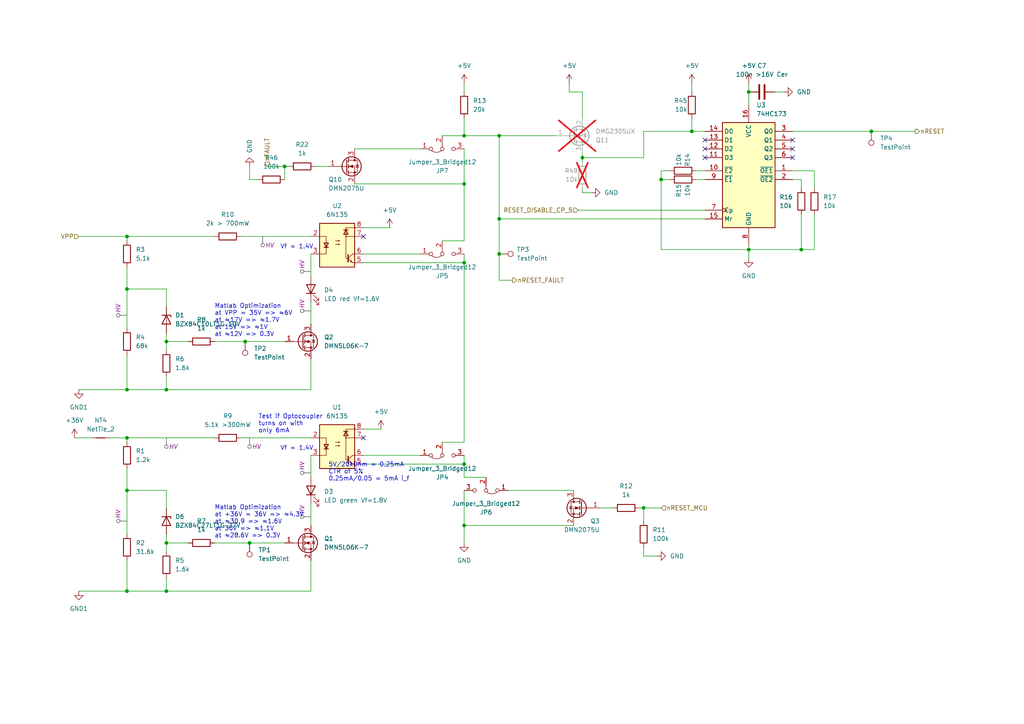
<source format=kicad_sch>
(kicad_sch (version 20231120) (generator "eeschema") (generator_version "8.0")
  (paper "A4")
  (title_block (title "Xaar 128 Driver") (date "2023-12-04") (rev "1.0.0"))
  (lib_symbols
    (symbol "Connector:TestPoint" (pin_numbers hide) (pin_names (offset 0.762) hide)
      (property "Reference" "TP" (at 0 6.858 0))
      (property "Value" "TestPoint" (at 0 5.08 0))
      (symbol "TestPoint_0_1"
        (circle (center 0 3.302) (radius 0.762))
      )
      (symbol "TestPoint_1_1"
        (pin passive line (at 0 0 90) (length 2.54) (name "1") (number "1"))
      )
    )
    (symbol "Device:C" (pin_numbers hide) (pin_names (offset 0.254))
      (property "Reference" "C" (at 0.635 2.54 0))
      (property "Value" "C" (at 0.635 -2.54 0))
      (symbol "C_0_1"
        (polyline (pts (xy -2.032 -0.762) (xy 2.032 -0.762)) (stroke (width 0.508)))
        (polyline (pts (xy -2.032 0.762) (xy 2.032 0.762)) (stroke (width 0.508)))
      )
      (symbol "C_1_1"
        (pin passive line (at 0 3.81 270) (length 2.794) (name "~") (number "1"))
        (pin passive line (at 0 -3.81 90) (length 2.794) (name "~") (number "2"))
      )
    )
    (symbol "Device:LED" (pin_numbers hide) (pin_names (offset 1.016) hide)
      (property "Reference" "D" (at 0 2.54 0))
      (property "Value" "LED" (at 0 -2.54 0))
      (symbol "LED_0_1"
        (polyline (pts (xy -1.27 -1.27) (xy -1.27 1.27)) (stroke (width 0.254)))
        (polyline (pts (xy -1.27 0) (xy 1.27 0)))
        (polyline (pts (xy 1.27 -1.27) (xy 1.27 1.27) (xy -1.27 0) (xy 1.27 -1.27)) (stroke (width 0.254)))
        (polyline (pts (xy -3.048 -0.762) (xy -4.572 -2.286) (xy -3.81 -2.286) (xy -4.572 -2.286) (xy -4.572 -1.524)))
        (polyline (pts (xy -1.778 -0.762) (xy -3.302 -2.286) (xy -2.54 -2.286) (xy -3.302 -2.286) (xy -3.302 -1.524)))
      )
      (symbol "LED_1_1"
        (pin passive line (at -3.81 0 0) (length 2.54) (name "K") (number "1"))
        (pin passive line (at 3.81 0 180) (length 2.54) (name "A") (number "2"))
      )
    )
    (symbol "Device:NetTie_2" (pin_numbers hide) (pin_names (offset 0) hide) (in_bom no)
      (property "Reference" "NT" (at 0 1.27 0))
      (property "Value" "NetTie_2" (at 0 -1.27 0))
      (symbol "NetTie_2_0_1"
        (polyline (pts (xy -1.27 0) (xy 1.27 0)) (stroke (width 0.254)))
      )
      (symbol "NetTie_2_1_1"
        (pin passive line (at -2.54 0 0) (length 2.54) (name "1") (number "1"))
        (pin passive line (at 2.54 0 180) (length 2.54) (name "2") (number "2"))
      )
    )
    (symbol "Device:R" (pin_numbers hide) (pin_names (offset 0))
      (property "Reference" "R" (at 2.032 0 90))
      (property "Value" "R" (at 0 0 90))
      (symbol "R_0_1"
        (rectangle (start -1.016 -2.54) (end 1.016 2.54) (stroke (width 0.254)))
      )
      (symbol "R_1_1"
        (pin passive line (at 0 3.81 270) (length 1.27) (name "~") (number "1"))
        (pin passive line (at 0 -3.81 90) (length 1.27) (name "~") (number "2"))
      )
    )
    (symbol "Diode:BZX84Cxx" (pin_numbers hide) (pin_names hide)
      (property "Reference" "D" (at 0 3.81 0))
      (property "Value" "BZX84Cxx" (at 0 -3.81 0))
      (symbol "BZX84Cxx_0_1"
        (polyline (pts (xy 1.27 0) (xy -1.27 0)))
        (polyline (pts (xy -1.27 -1.27) (xy -1.27 1.27) (xy -0.762 1.27)) (stroke (width 0.254)))
        (polyline (pts (xy 1.27 -1.27) (xy 1.27 1.27) (xy -1.27 0) (xy 1.27 -1.27)) (stroke (width 0.254)))
      )
      (symbol "BZX84Cxx_1_1"
        (pin passive line (at 3.81 0 180) (length 2.54) (name "A") (number "1"))
        (pin no_connect line (at 1.27 0 180) (length 2.54) hide (name "NC") (number "2"))
        (pin passive line (at -3.81 0 0) (length 2.54) (name "K") (number "3"))
      )
    )
    (symbol "Isolator:6N135" (pin_names (offset 1.016))
      (property "Reference" "U" (at -5.08 7.62 0))
      (property "Value" "6N135" (at 0 7.62 0))
      (symbol "6N135_0_1"
        (rectangle (start -5.08 6.35) (end 5.08 -6.35) (stroke (width 0.254)) (fill (type background)))
        (polyline (pts (xy -3.81 -0.635) (xy -2.54 -0.635)) (stroke (width 0.254)))
        (polyline (pts (xy 1.905 4.445) (xy 3.175 4.445)) (stroke (width 0.254)))
        (polyline (pts (xy 3.175 -2.794) (xy 3.175 -4.826)) (stroke (width 0.3556)))
        (polyline (pts (xy 3.302 -3.937) (xy 4.445 -5.08)))
        (polyline (pts (xy 3.302 -3.683) (xy 4.445 -2.54)))
        (polyline (pts (xy 5.08 -5.08) (xy 4.445 -5.08)))
        (polyline (pts (xy 5.08 -2.54) (xy 4.445 -2.54)))
        (polyline (pts (xy 5.08 2.54) (xy 2.54 2.54)))
        (polyline (pts (xy -5.08 2.54) (xy -3.175 2.54) (xy -3.175 -2.54) (xy -5.08 -2.54)))
        (polyline (pts (xy -3.175 -0.635) (xy -3.81 0.635) (xy -2.54 0.635) (xy -3.175 -0.635)) (stroke (width 0.254)))
        (polyline (pts (xy 2.54 4.445) (xy 1.905 3.175) (xy 3.175 3.175) (xy 2.54 4.445)) (stroke (width 0.254)))
        (polyline (pts (xy 4.318 -4.953) (xy 4.064 -4.445) (xy 3.81 -4.699) (xy 4.318 -4.953)))
        (polyline (pts (xy 5.08 5.08) (xy 2.54 5.08) (xy 2.54 -3.81) (xy 3.175 -3.81)))
        (polyline (pts (xy -0.508 0.254) (xy 0.762 0.254) (xy 0.381 0.127) (xy 0.381 0.381) (xy 0.762 0.254)))
        (polyline (pts (xy -0.508 1.27) (xy 0.762 1.27) (xy 0.381 1.143) (xy 0.381 1.397) (xy 0.762 1.27)))
        (circle (center 2.54 2.54) (radius 0.127))
      )
      (symbol "6N135_1_1"
        (pin no_connect line (at -5.08 5.08 0) (length 2.54) hide (name "NC") (number "1"))
        (pin passive line (at -7.62 2.54 0) (length 2.54) (name "~") (number "2"))
        (pin passive line (at -7.62 -2.54 0) (length 2.54) (name "~") (number "3"))
        (pin no_connect line (at -5.08 -5.08 0) (length 2.54) hide (name "NC") (number "4"))
        (pin passive line (at 7.62 -5.08 180) (length 2.54) (name "~") (number "5"))
        (pin passive line (at 7.62 -2.54 180) (length 2.54) (name "~") (number "6"))
        (pin passive line (at 7.62 2.54 180) (length 2.54) (name "~") (number "7"))
        (pin passive line (at 7.62 5.08 180) (length 2.54) (name "~") (number "8"))
      )
    )
    (symbol "Jumper:Jumper_3_Bridged12" (pin_names (offset 0) hide)
      (property "Reference" "JP" (at -2.54 -2.54 0))
      (property "Value" "Jumper_3_Bridged12" (at 0 2.794 0))
      (symbol "Jumper_3_Bridged12_0_0"
        (circle (center -3.302 0) (radius 0.508))
        (circle (center 0 0) (radius 0.508))
        (circle (center 3.302 0) (radius 0.508))
      )
      (symbol "Jumper_3_Bridged12_0_1"
        (arc (start -0.254 0.508) (mid -1.651 0.9912) (end -3.048 0.508))
        (polyline (pts (xy 0 -1.27) (xy 0 -0.508)))
      )
      (symbol "Jumper_3_Bridged12_1_1"
        (pin passive line (at -6.35 0 0) (length 2.54) (name "A") (number "1"))
        (pin passive line (at 0 -3.81 90) (length 2.54) (name "C") (number "2"))
        (pin passive line (at 6.35 0 180) (length 2.54) (name "B") (number "3"))
      )
    )
    (symbol "Transistor_FET:DMG2301L" (pin_names hide)
      (property "Reference" "Q" (at 5.08 1.905 0))
      (property "Value" "DMG2301L" (at 5.08 0 0))
      (symbol "DMG2301L_0_1"
        (polyline (pts (xy 0.254 0) (xy -2.54 0)))
        (polyline (pts (xy 0.254 1.905) (xy 0.254 -1.905)) (stroke (width 0.254)))
        (polyline (pts (xy 0.762 -1.27) (xy 0.762 -2.286)) (stroke (width 0.254)))
        (polyline (pts (xy 0.762 0.508) (xy 0.762 -0.508)) (stroke (width 0.254)))
        (polyline (pts (xy 0.762 2.286) (xy 0.762 1.27)) (stroke (width 0.254)))
        (polyline (pts (xy 2.54 2.54) (xy 2.54 1.778)))
        (polyline (pts (xy 2.54 -2.54) (xy 2.54 0) (xy 0.762 0)))
        (polyline (pts (xy 0.762 1.778) (xy 3.302 1.778) (xy 3.302 -1.778) (xy 0.762 -1.778)))
        (polyline (pts (xy 2.286 0) (xy 1.27 0.381) (xy 1.27 -0.381) (xy 2.286 0)) (fill (type outline)))
        (polyline (pts (xy 2.794 -0.508) (xy 2.921 -0.381) (xy 3.683 -0.381) (xy 3.81 -0.254)))
        (polyline (pts (xy 3.302 -0.381) (xy 2.921 0.254) (xy 3.683 0.254) (xy 3.302 -0.381)))
        (circle (center 1.651 0) (radius 2.794) (stroke (width 0.254)))
        (circle (center 2.54 -1.778) (radius 0.254) (fill (type outline)))
        (circle (center 2.54 1.778) (radius 0.254) (fill (type outline)))
      )
      (symbol "DMG2301L_1_1"
        (pin input line (at -5.08 0 0) (length 2.54) (name "G") (number "1"))
        (pin passive line (at 2.54 -5.08 90) (length 2.54) (name "S") (number "2"))
        (pin passive line (at 2.54 5.08 270) (length 2.54) (name "D") (number "3"))
      )
    )
    (symbol "Transistor_FET:DMN2075U" (pin_names hide)
      (property "Reference" "Q" (at 5.08 1.905 0))
      (property "Value" "DMN2075U" (at 5.08 0 0))
      (symbol "DMN2075U_0_1"
        (polyline (pts (xy 0.254 0) (xy -2.54 0)))
        (polyline (pts (xy 0.254 1.905) (xy 0.254 -1.905)) (stroke (width 0.254)))
        (polyline (pts (xy 0.762 -1.27) (xy 0.762 -2.286)) (stroke (width 0.254)))
        (polyline (pts (xy 0.762 0.508) (xy 0.762 -0.508)) (stroke (width 0.254)))
        (polyline (pts (xy 0.762 2.286) (xy 0.762 1.27)) (stroke (width 0.254)))
        (polyline (pts (xy 2.54 2.54) (xy 2.54 1.778)))
        (polyline (pts (xy 2.54 -2.54) (xy 2.54 0) (xy 0.762 0)))
        (polyline (pts (xy 0.762 -1.778) (xy 3.302 -1.778) (xy 3.302 1.778) (xy 0.762 1.778)))
        (polyline (pts (xy 1.016 0) (xy 2.032 0.381) (xy 2.032 -0.381) (xy 1.016 0)) (fill (type outline)))
        (polyline (pts (xy 2.794 0.508) (xy 2.921 0.381) (xy 3.683 0.381) (xy 3.81 0.254)))
        (polyline (pts (xy 3.302 0.381) (xy 2.921 -0.254) (xy 3.683 -0.254) (xy 3.302 0.381)))
        (circle (center 1.651 0) (radius 2.794) (stroke (width 0.254)))
        (circle (center 2.54 -1.778) (radius 0.254) (fill (type outline)))
        (circle (center 2.54 1.778) (radius 0.254) (fill (type outline)))
      )
      (symbol "DMN2075U_1_1"
        (pin input line (at -5.08 0 0) (length 2.54) (name "G") (number "1"))
        (pin passive line (at 2.54 -5.08 90) (length 2.54) (name "S") (number "2"))
        (pin passive line (at 2.54 5.08 270) (length 2.54) (name "D") (number "3"))
      )
    )
    (symbol "Xaar_Driver:74HC173"
      (property "Reference" "U" (at -7.62 16.51 0))
      (property "Value" "74HC173" (at -7.62 -16.51 0))
      (symbol "74HC173_1_0"
        (pin output line (at 12.7 1.27 180) (length 5.08) (name "~{OE1}") (number "1"))
        (pin input line (at -12.7 1.27 0) (length 5.08) (name "~{E2}") (number "10"))
        (pin input line (at -12.7 5.08 0) (length 5.08) (name "D3") (number "11"))
        (pin input line (at -12.7 7.62 0) (length 5.08) (name "D2") (number "12"))
        (pin input line (at -12.7 10.16 0) (length 5.08) (name "D1") (number "13"))
        (pin input line (at -12.7 12.7 0) (length 5.08) (name "D0") (number "14"))
        (pin input line (at -12.7 -12.7 0) (length 5.08) (name "Mr") (number "15"))
        (pin power_in line (at 0 20.32 270) (length 5.08) (name "VCC") (number "16"))
        (pin output line (at 12.7 -1.27 180) (length 5.08) (name "~{OE2}") (number "2"))
        (pin output line (at 12.7 12.7 180) (length 5.08) (name "Q0") (number "3"))
        (pin output line (at 12.7 10.16 180) (length 5.08) (name "Q1") (number "4"))
        (pin output line (at 12.7 7.62 180) (length 5.08) (name "Q2") (number "5"))
        (pin output line (at 12.7 5.08 180) (length 5.08) (name "Q3") (number "6"))
        (pin input clock (at -12.7 -10.16 0) (length 5.08) (name "Cp") (number "7"))
        (pin power_in line (at 0 -20.32 90) (length 5.08) (name "GND") (number "8"))
        (pin input line (at -12.7 -1.27 0) (length 5.08) (name "~{E1}") (number "9"))
      )
      (symbol "74HC173_1_1"
        (rectangle (start -7.62 15.24) (end 7.62 -15.24) (stroke (width 0.254)) (fill (type background)))
      )
    )
    (symbol "power:+36V" (power) (pin_names (offset 0))
      (property "Value" "+36V" (at 0 3.556 0))
      (symbol "+36V_0_1"
        (polyline (pts (xy -0.762 1.27) (xy 0 2.54)))
        (polyline (pts (xy 0 0) (xy 0 2.54)))
        (polyline (pts (xy 0 2.54) (xy 0.762 1.27)))
      )
      (symbol "+36V_1_1"
        (pin power_in line (at 0 0 90) (length 0) hide (name "+36V") (number "1"))
      )
    )
    (symbol "power:+5V" (power) (pin_names (offset 0))
      (property "Value" "+5V" (at 0 3.556 0))
      (symbol "+5V_0_1"
        (polyline (pts (xy -0.762 1.27) (xy 0 2.54)))
        (polyline (pts (xy 0 0) (xy 0 2.54)))
        (polyline (pts (xy 0 2.54) (xy 0.762 1.27)))
      )
      (symbol "+5V_1_1"
        (pin power_in line (at 0 0 90) (length 0) hide (name "+5V") (number "1"))
      )
    )
    (symbol "power:GND" (power) (pin_names (offset 0))
      (property "Value" "GND" (at 0 -3.81 0))
      (symbol "GND_0_1"
        (polyline (pts (xy 0 0) (xy 0 -1.27) (xy 1.27 -1.27) (xy 0 -2.54) (xy -1.27 -1.27) (xy 0 -1.27)))
      )
      (symbol "GND_1_1"
        (pin power_in line (at 0 0 270) (length 0) hide (name "GND") (number "1"))
      )
    )
    (symbol "power:GND1" (power) (pin_names (offset 0))
      (property "Value" "GND1" (at 0 -3.81 0))
      (symbol "GND1_0_1"
        (polyline (pts (xy 0 0) (xy 0 -1.27) (xy 1.27 -1.27) (xy 0 -2.54) (xy -1.27 -1.27) (xy 0 -1.27)))
      )
      (symbol "GND1_1_1"
        (pin power_in line (at 0 0 270) (length 0) hide (name "GND1") (number "1"))
      )
    )
  )
  (junction (at 134.62 152.4))
  (junction (at 144.78 39.37))
  (junction (at 36.83 113.03))
  (junction (at 217.17 72.39))
  (junction (at 48.26 99.06))
  (junction (at 72.39 157.48))
  (junction (at 48.26 113.03))
  (junction (at 232.41 72.39))
  (junction (at 191.77 52.07))
  (junction (at 134.62 76.2))
  (junction (at 217.17 26.67))
  (junction (at 134.62 134.62))
  (junction (at 36.83 127))
  (junction (at 144.78 63.5))
  (junction (at 36.83 142.24))
  (junction (at 36.83 171.45))
  (junction (at 48.26 157.48))
  (junction (at 82.55 48.26))
  (junction (at 134.62 53.34))
  (junction (at 144.78 73.66))
  (junction (at 168.91 45.72))
  (junction (at 36.83 83.82))
  (junction (at 71.12 99.06))
  (junction (at 252.73 38.1))
  (junction (at 200.66 38.1))
  (junction (at 48.26 171.45))
  (junction (at 134.62 39.37))
  (junction (at 186.69 147.32))
  (junction (at 36.83 68.58))
  (no_connect (at 229.87 43.18))
  (no_connect (at 204.47 43.18))
  (no_connect (at 229.87 45.72))
  (no_connect (at 204.47 40.64))
  (no_connect (at 105.41 127))
  (no_connect (at 229.87 40.64))
  (no_connect (at 105.41 68.58))
  (no_connect (at 204.47 45.72))
  (wire (pts (xy 134.62 132.08) (xy 134.62 134.62)))
  (wire (pts (xy 36.83 68.58) (xy 62.23 68.58)))
  (wire (pts (xy 191.77 147.32) (xy 186.69 147.32)))
  (wire (pts (xy 48.26 157.48) (xy 54.61 157.48)))
  (wire (pts (xy 48.26 113.03) (xy 36.83 113.03)))
  (wire (pts (xy 252.73 38.1) (xy 265.43 38.1)))
  (wire (pts (xy 22.86 68.58) (xy 36.83 68.58)))
  (wire (pts (xy 82.55 48.26) (xy 83.82 48.26)))
  (wire (pts (xy 201.93 49.53) (xy 204.47 49.53)))
  (wire (pts (xy 236.22 49.53) (xy 229.87 49.53)))
  (wire (pts (xy 165.1 26.67) (xy 168.91 26.67)))
  (wire (pts (xy 140.97 138.43) (xy 134.62 138.43)))
  (wire (pts (xy 191.77 52.07) (xy 194.31 52.07)))
  (wire (pts (xy 48.26 167.64) (xy 48.26 171.45)))
  (wire (pts (xy 105.41 66.04) (xy 113.03 66.04)))
  (wire (pts (xy 105.41 73.66) (xy 121.92 73.66)))
  (wire (pts (xy 165.1 24.13) (xy 165.1 26.67)))
  (wire (pts (xy 148.59 81.28) (xy 144.78 81.28)))
  (wire (pts (xy 36.83 171.45) (xy 22.86 171.45)))
  (wire (pts (xy 190.5 161.29) (xy 186.69 161.29)))
  (wire (pts (xy 167.64 60.96) (xy 204.47 60.96)))
  (wire (pts (xy 90.17 104.14) (xy 90.17 113.03)))
  (wire (pts (xy 90.17 127) (xy 69.85 127)))
  (wire (pts (xy 90.17 171.45) (xy 48.26 171.45)))
  (wire (pts (xy 186.69 147.32) (xy 185.42 147.32)))
  (wire (pts (xy 200.66 24.13) (xy 200.66 26.67)))
  (wire (pts (xy 217.17 26.67) (xy 217.17 24.13)))
  (wire (pts (xy 217.17 30.48) (xy 217.17 26.67)))
  (wire (pts (xy 102.87 43.18) (xy 121.92 43.18)))
  (wire (pts (xy 134.62 24.13) (xy 134.62 26.67)))
  (wire (pts (xy 232.41 62.23) (xy 232.41 72.39)))
  (wire (pts (xy 168.91 26.67) (xy 168.91 34.29)))
  (wire (pts (xy 36.83 135.89) (xy 36.83 142.24)))
  (wire (pts (xy 105.41 124.46) (xy 110.49 124.46)))
  (wire (pts (xy 90.17 73.66) (xy 90.17 80.01)))
  (wire (pts (xy 48.26 142.24) (xy 48.26 147.32)))
  (wire (pts (xy 217.17 72.39) (xy 217.17 74.93)))
  (wire (pts (xy 134.62 53.34) (xy 134.62 69.85)))
  (wire (pts (xy 177.8 147.32) (xy 173.99 147.32)))
  (wire (pts (xy 31.75 127) (xy 36.83 127)))
  (wire (pts (xy 77.47 48.26) (xy 82.55 48.26)))
  (wire (pts (xy 134.62 73.66) (xy 134.62 76.2)))
  (wire (pts (xy 71.12 99.06) (xy 82.55 99.06)))
  (wire (pts (xy 201.93 52.07) (xy 204.47 52.07)))
  (wire (pts (xy 128.27 39.37) (xy 134.62 39.37)))
  (wire (pts (xy 186.69 45.72) (xy 186.69 38.1)))
  (wire (pts (xy 168.91 46.99) (xy 168.91 45.72)))
  (wire (pts (xy 134.62 76.2) (xy 134.62 128.27)))
  (wire (pts (xy 102.87 53.34) (xy 134.62 53.34)))
  (wire (pts (xy 166.37 142.24) (xy 147.32 142.24)))
  (wire (pts (xy 105.41 132.08) (xy 121.92 132.08)))
  (wire (pts (xy 48.26 83.82) (xy 48.26 88.9)))
  (wire (pts (xy 62.23 99.06) (xy 71.12 99.06)))
  (wire (pts (xy 72.39 52.07) (xy 74.93 52.07)))
  (wire (pts (xy 134.62 142.24) (xy 134.62 152.4)))
  (wire (pts (xy 90.17 132.08) (xy 90.17 138.43)))
  (wire (pts (xy 204.47 63.5) (xy 144.78 63.5)))
  (wire (pts (xy 36.83 68.58) (xy 36.83 69.85)))
  (wire (pts (xy 36.83 162.56) (xy 36.83 171.45)))
  (wire (pts (xy 229.87 38.1) (xy 252.73 38.1)))
  (wire (pts (xy 144.78 81.28) (xy 144.78 73.66)))
  (wire (pts (xy 22.86 113.03) (xy 36.83 113.03)))
  (wire (pts (xy 36.83 102.87) (xy 36.83 113.03)))
  (wire (pts (xy 191.77 49.53) (xy 194.31 49.53)))
  (wire (pts (xy 186.69 147.32) (xy 186.69 151.13)))
  (wire (pts (xy 128.27 69.85) (xy 134.62 69.85)))
  (wire (pts (xy 36.83 127) (xy 62.23 127)))
  (wire (pts (xy 72.39 157.48) (xy 82.55 157.48)))
  (wire (pts (xy 232.41 52.07) (xy 229.87 52.07)))
  (wire (pts (xy 204.47 38.1) (xy 200.66 38.1)))
  (wire (pts (xy 105.41 76.2) (xy 134.62 76.2)))
  (wire (pts (xy 21.59 127) (xy 26.67 127)))
  (wire (pts (xy 191.77 72.39) (xy 191.77 52.07)))
  (wire (pts (xy 82.55 48.26) (xy 82.55 52.07)))
  (wire (pts (xy 48.26 171.45) (xy 36.83 171.45)))
  (wire (pts (xy 166.37 152.4) (xy 134.62 152.4)))
  (wire (pts (xy 90.17 146.05) (xy 90.17 152.4)))
  (wire (pts (xy 232.41 54.61) (xy 232.41 52.07)))
  (wire (pts (xy 36.83 127) (xy 36.83 128.27)))
  (wire (pts (xy 48.26 109.22) (xy 48.26 113.03)))
  (wire (pts (xy 200.66 38.1) (xy 200.66 34.29)))
  (wire (pts (xy 134.62 34.29) (xy 134.62 39.37)))
  (wire (pts (xy 217.17 71.12) (xy 217.17 72.39)))
  (wire (pts (xy 48.26 96.52) (xy 48.26 99.06)))
  (wire (pts (xy 171.45 55.88) (xy 168.91 55.88)))
  (wire (pts (xy 144.78 39.37) (xy 144.78 63.5)))
  (wire (pts (xy 90.17 162.56) (xy 90.17 171.45)))
  (wire (pts (xy 36.83 83.82) (xy 36.83 95.25)))
  (wire (pts (xy 186.69 161.29) (xy 186.69 158.75)))
  (wire (pts (xy 48.26 157.48) (xy 48.26 160.02)))
  (wire (pts (xy 91.44 48.26) (xy 95.25 48.26)))
  (wire (pts (xy 134.62 43.18) (xy 134.62 53.34)))
  (wire (pts (xy 236.22 72.39) (xy 232.41 72.39)))
  (wire (pts (xy 168.91 55.88) (xy 168.91 54.61)))
  (wire (pts (xy 186.69 38.1) (xy 200.66 38.1)))
  (wire (pts (xy 90.17 87.63) (xy 90.17 93.98)))
  (wire (pts (xy 48.26 154.94) (xy 48.26 157.48)))
  (wire (pts (xy 168.91 45.72) (xy 186.69 45.72)))
  (wire (pts (xy 72.39 48.26) (xy 72.39 52.07)))
  (wire (pts (xy 128.27 128.27) (xy 134.62 128.27)))
  (wire (pts (xy 36.83 77.47) (xy 36.83 83.82)))
  (wire (pts (xy 168.91 44.45) (xy 168.91 45.72)))
  (wire (pts (xy 48.26 83.82) (xy 36.83 83.82)))
  (wire (pts (xy 232.41 72.39) (xy 217.17 72.39)))
  (wire (pts (xy 144.78 73.66) (xy 144.78 63.5)))
  (wire (pts (xy 48.26 99.06) (xy 48.26 101.6)))
  (wire (pts (xy 224.79 26.67) (xy 227.33 26.67)))
  (wire (pts (xy 105.41 134.62) (xy 134.62 134.62)))
  (wire (pts (xy 134.62 39.37) (xy 144.78 39.37)))
  (wire (pts (xy 134.62 134.62) (xy 134.62 138.43)))
  (wire (pts (xy 191.77 49.53) (xy 191.77 52.07)))
  (wire (pts (xy 48.26 99.06) (xy 54.61 99.06)))
  (wire (pts (xy 144.78 39.37) (xy 161.29 39.37)))
  (wire (pts (xy 217.17 72.39) (xy 191.77 72.39)))
  (wire (pts (xy 236.22 54.61) (xy 236.22 49.53)))
  (wire (pts (xy 236.22 62.23) (xy 236.22 72.39)))
  (wire (pts (xy 62.23 157.48) (xy 72.39 157.48)))
  (wire (pts (xy 69.85 68.58) (xy 90.17 68.58)))
  (wire (pts (xy 36.83 142.24) (xy 36.83 154.94)))
  (wire (pts (xy 134.62 152.4) (xy 134.62 157.48)))
  (wire (pts (xy 48.26 142.24) (xy 36.83 142.24)))
  (wire (pts (xy 90.17 113.03) (xy 48.26 113.03)))
  (text "Vf = 1.4V" (at 81.28 130.81 0) (effects (font (size 1.27 1.27)) (justify left bottom)))
  (text "5V/20kOhm = 0.25mA\nCTR of 5%\n0.25mA/0.05 = 5mA i_f" (at 95.25 139.7 0) (effects (font (size 1.27 1.27)) (justify left bottom)))
  (text "Test if Optocoupler \nturns on with\nonly 6mA" (at 74.93 125.73 0) (effects (font (size 1.27 1.27)) (justify left bottom)))
  (text "Matlab Optimization\nat +36V = 36V => ≈4.3V\nat ≈30.9 => ≈1.6V\nat 30V => ≈1.1V\nat ≈28.6V => 0.3V" (at 62.23 156.21 0) (effects (font (size 1.27 1.27)) (justify left bottom)))
  (text "Matlab Optimization\nat VPP = 35V => ≈6V\nat ≈17V => ≈1.7V\nat 15V => ≈1V\nat ≈12V => 0.3V" (at 62.23 97.79 0) (effects (font (size 1.27 1.27)) (justify left bottom)))
  (text "Vf = 1.4V" (at 81.28 72.39 0) (effects (font (size 1.27 1.27)) (justify left bottom)))
  (hierarchical_label "nRESET_FAULT" (shape output) (at 148.59 81.28 0))
  (hierarchical_label "VPP" (shape input) (at 22.86 68.58 180))
  (hierarchical_label "nRESET_MCU" (shape input) (at 191.77 147.32 0))
  (hierarchical_label "nFAULT" (shape input) (at 77.47 48.26 90))
  (hierarchical_label "nRESET" (shape output) (at 265.43 38.1 0))
  (hierarchical_label "RESET_DISABLE_CP_5" (shape input) (at 167.64 60.96 180))
  (netclass_flag "" (length 2.54) (shape round) (at 36.83 91.44 90) (property "Netclass" "HV" (at 34.29 90.7415 90) (effects (font (italic yes)) (justify left))))
  (netclass_flag "" (length 2.54) (shape round) (at 48.26 127 180) (property "Netclass" "HV" (at 48.9585 129.54 0) (effects (font (italic yes)) (justify left))))
  (netclass_flag "" (length 2.54) (shape round) (at 90.17 90.17 90) (property "Netclass" "HV" (at 87.63 89.4715 90) (effects (font (italic yes)) (justify left))))
  (netclass_flag "" (length 2.54) (shape round) (at 90.17 149.86 90) (property "Netclass" "HV" (at 87.63 149.1615 90) (effects (font (italic yes)) (justify left))))
  (netclass_flag "" (length 2.54) (shape round) (at 36.83 151.13 90) (property "Netclass" "HV" (at 34.29 150.4315 90) (effects (font (italic yes)) (justify left))))
  (netclass_flag "" (length 2.54) (shape round) (at 90.17 137.16 90) (property "Netclass" "HV" (at 87.63 136.4615 90) (effects (font (italic yes)) (justify left))))
  (netclass_flag "" (length 2.54) (shape round) (at 72.39 127 180) (property "Netclass" "HV" (at 73.0885 129.54 0) (effects (font (italic yes)) (justify left))))
  (netclass_flag "" (length 2.54) (shape round) (at 90.17 78.74 90) (property "Netclass" "HV" (at 87.63 78.0415 90) (effects (font (italic yes)) (justify left))))
  (netclass_flag "" (length 2.54) (shape round) (at 76.2 68.58 180) (property "Netclass" "HV" (at 76.8985 71.12 0) (effects (font (italic yes)) (justify left))))
  (symbol (lib_id "power:GND") (at 227.33 26.67 90) (unit 1)
    (property "Reference" "#PWR029" (effects (hide yes)))
    (property "Value" "GND" (at 231.14 26.67 90) (effects (justify right)))
  )
  (symbol (lib_id "power:GND") (at 134.62 157.48 0) (mirror y) (unit 1)
    (property "Reference" "#PWR08" (effects (hide yes)))
    (property "Value" "GND" (at 134.62 162.56 0))
  )
  (symbol (lib_id "Isolator:6N135") (at 97.79 71.12 0) (unit 1)
    (property "Reference" "U2" (at 97.79 59.69 0))
    (property "Value" "6N135" (at 97.79 62.23 0))
    (property "Footprint" "Package_DIP:DIP-8_W7.62mm" (effects (hide yes)))
    (property "Datasheet" "https://optoelectronics.liteon.com/upload/download/DS70-2008-0032/6N135-L%206N136-L%20series.pdf" (effects (hide yes)))
    (property "RSBestNr" "691-2316" (effects (hide yes)))
    (property "Supplier" "RS" (effects (hide yes)))
  )
  (symbol (lib_id "Device:R") (at 36.83 132.08 0) (unit 1)
    (property "Reference" "R1" (at 39.37 130.81 0) (effects (justify left)))
    (property "Value" "1.2k" (at 39.37 133.35 0) (effects (justify left)))
    (property "Footprint" "Resistor_SMD:R_0603_1608Metric_Pad0.98x0.95mm_HandSolder" (effects (hide yes)))
    (property "RSBestNr" "198-5480" (effects (hide yes)))
    (property "Supplier" "RS" (effects (hide yes)))
  )
  (symbol (lib_id "Device:R") (at 48.26 163.83 0) (unit 1)
    (property "Reference" "R5" (at 50.8 162.56 0) (effects (justify left)))
    (property "Value" "1.6k" (at 50.8 165.1 0) (effects (justify left)))
    (property "Footprint" "Resistor_SMD:R_0603_1608Metric_Pad0.98x0.95mm_HandSolder" (effects (hide yes)))
    (property "RSBestNr" "242-4070" (effects (hide yes)))
    (property "Supplier" "RS" (effects (hide yes)))
  )
  (symbol (lib_id "Connector:TestPoint") (at 252.73 38.1 180) (unit 1)
    (property "Reference" "TP4" (at 255.27 40.132 0) (effects (justify right)))
    (property "Value" "TestPoint" (at 255.27 42.672 0) (effects (justify right)))
    (property "Footprint" "Xaar-Driver:TestPoint_Pad_D1.5mm" (effects (hide yes)))
    (property "Supplier" "None" (effects (hide yes)))
    (property "Funktion" "nRESET" (effects (hide yes)))
  )
  (symbol (lib_id "power:GND") (at 190.5 161.29 90) (unit 1)
    (property "Reference" "#PWR076" (effects (hide yes)))
    (property "Value" "GND" (at 194.31 161.29 90) (effects (justify right)))
  )
  (symbol (lib_id "power:GND1") (at 22.86 171.45 0) (unit 1)
    (property "Reference" "#PWR02" (effects (hide yes)))
    (property "Value" "GND1" (at 22.86 176.53 0))
  )
  (symbol (lib_id "Device:R") (at 48.26 105.41 0) (unit 1)
    (property "Reference" "R6" (at 50.8 104.14 0) (effects (justify left)))
    (property "Value" "1.6k" (at 50.8 106.68 0) (effects (justify left)))
    (property "Footprint" "Resistor_SMD:R_0603_1608Metric_Pad0.98x0.95mm_HandSolder" (effects (hide yes)))
    (property "RSBestNr" "242-4070" (effects (hide yes)))
    (property "Supplier" "RS" (effects (hide yes)))
  )
  (symbol (lib_id "Device:R") (at 168.91 50.8 180) (unit 1) (dnp yes)
    (property "Reference" "R49" (at 167.64 49.53 0) (effects (justify left)))
    (property "Value" "10k" (at 167.64 52.07 0) (effects (justify left)))
    (property "Footprint" "Resistor_SMD:R_0603_1608Metric_Pad0.98x0.95mm_HandSolder" (effects (hide yes)))
    (property "Supplier" "Elektroplatz" (effects (hide yes)))
  )
  (symbol (lib_id "Xaar_Driver:74HC173") (at 217.17 50.8 0) (unit 1)
    (property "Reference" "U3" (at 219.3641 30.48 0) (effects (justify left)))
    (property "Value" "74HC173" (at 219.3641 33.02 0) (effects (justify left)))
    (property "Footprint" "Package_SO:SO-16_3.9x9.9mm_P1.27mm" (effects (hide yes)))
    (property "Datasheet" "https://docs.rs-online.com/3ca7/0900766b80422bf5.pdf" (effects (hide yes)))
    (property "RSBestNr" "483-6443" (effects (hide yes)))
    (property "Supplier" "RS" (effects (hide yes)))
  )
  (symbol (lib_id "power:+5V") (at 110.49 124.46 0) (unit 1)
    (property "Reference" "#PWR05" (effects (hide yes)))
    (property "Value" "+5V" (at 110.49 119.38 0))
  )
  (symbol (lib_id "Device:R") (at 186.69 154.94 0) (mirror y) (unit 1)
    (property "Reference" "R11" (at 189.23 153.67 0) (effects (justify right)))
    (property "Value" "100k" (at 189.23 156.21 0) (effects (justify right)))
    (property "Footprint" "Resistor_SMD:R_0603_1608Metric_Pad0.98x0.95mm_HandSolder" (effects (hide yes)))
    (property "RSBestNr" "678-9673" (effects (hide yes)))
    (property "Supplier" "RS" (effects (hide yes)))
  )
  (symbol (lib_id "power:GND1") (at 22.86 113.03 0) (mirror y) (unit 1)
    (property "Reference" "#PWR04" (effects (hide yes)))
    (property "Value" "GND1" (at 22.86 118.11 0))
  )
  (symbol (lib_id "Transistor_FET:DMN2075U") (at 87.63 99.06 0) (unit 1)
    (property "Reference" "Q2" (at 93.98 97.79 0) (effects (justify left)))
    (property "Value" "DMN5L06K-7" (at 93.98 100.33 0) (effects (justify left)))
    (property "Footprint" "Package_TO_SOT_SMD:SOT-23" (effects (hide yes)))
    (property "Datasheet" "http://www.diodes.com/assets/Datasheets/DMN2075U.pdf" (effects (hide yes)))
    (property "RSBestNr" "751-4143" (effects (hide yes)))
    (property "Supplier" "RS" (effects (hide yes)))
  )
  (symbol (lib_id "Device:R") (at 66.04 68.58 90) (unit 1)
    (property "Reference" "R10" (at 66.04 62.23 90))
    (property "Value" "2k > 700mW" (at 66.04 64.77 90))
    (property "Footprint" "Resistor_SMD:R_2010_5025Metric_Pad1.40x2.65mm_HandSolder" (effects (hide yes)))
    (property "RSBestNr" "186-6957" (effects (hide yes)))
    (property "Supplier" "RS" (effects (hide yes)))
  )
  (symbol (lib_id "Transistor_FET:DMN2075U") (at 168.91 147.32 0) (mirror y) (unit 1)
    (property "Reference" "Q3" (at 173.99 151.13 0) (effects (justify left)))
    (property "Value" "DMN2075U" (at 173.99 153.67 0) (effects (justify left)))
    (property "Footprint" "Package_TO_SOT_SMD:SOT-23" (effects (hide yes)))
    (property "Datasheet" "http://www.diodes.com/assets/Datasheets/DMN2075U.pdf" (effects (hide yes)))
    (property "RSBestNr" "751-4143" (effects (hide yes)))
    (property "Supplier" "RS" (effects (hide yes)))
  )
  (symbol (lib_id "Device:LED") (at 90.17 83.82 90) (unit 1)
    (property "Reference" "D4" (at 93.98 84.1375 90) (effects (justify right)))
    (property "Value" "LED red Vf=1.6V" (at 93.98 86.6775 90) (effects (justify right)))
    (property "Footprint" "Custom_LED_THT:LED_D5.0mm" (effects (hide yes)))
    (property "Supplier" "Elektroplatz" (effects (hide yes)))
  )
  (symbol (lib_id "Connector:TestPoint") (at 144.78 73.66 270) (unit 1)
    (property "Reference" "TP3" (at 149.86 72.39 90) (effects (justify left)))
    (property "Value" "TestPoint" (at 149.86 74.93 90) (effects (justify left)))
    (property "Footprint" "Xaar-Driver:TestPoint_Pad_D1.5mm" (effects (hide yes)))
    (property "Supplier" "None" (effects (hide yes)))
    (property "Funktion" "nRESET_FAULT" (effects (hide yes)))
  )
  (symbol (lib_id "Device:C") (at 220.98 26.67 90) (unit 1)
    (property "Reference" "C7" (at 220.98 19.05 90))
    (property "Value" "100n >16V Cer" (at 220.98 21.59 90))
    (property "Footprint" "Capacitor_SMD:C_0603_1608Metric_Pad1.08x0.95mm_HandSolder" (effects (hide yes)))
    (property "Supplier" "Elektroplatz" (effects (hide yes)))
  )
  (symbol (lib_id "Device:NetTie_2") (at 29.21 127 0) (unit 1) (in_bom no)
    (property "Reference" "NT4" (at 29.21 121.92 0))
    (property "Value" "NetTie_2" (at 29.21 124.46 0))
    (property "Footprint" "NetTie:NetTie-2_SMD_Pad0.5mm" (effects (hide yes)))
    (property "Supplier" "None" (effects (hide yes)))
  )
  (symbol (lib_id "power:+5V") (at 217.17 24.13 0) (unit 1)
    (property "Reference" "#PWR09" (effects (hide yes)))
    (property "Value" "+5V" (at 217.17 19.05 0))
  )
  (symbol (lib_id "Device:LED") (at 90.17 142.24 90) (unit 1)
    (property "Reference" "D3" (at 93.98 142.5575 90) (effects (justify right)))
    (property "Value" "LED green Vf=1.8V" (at 93.98 145.0975 90) (effects (justify right)))
    (property "Footprint" "Custom_LED_THT:LED_D5.0mm" (effects (hide yes)))
    (property "Supplier" "Elektroplatz" (effects (hide yes)))
  )
  (symbol (lib_id "power:+36V") (at 21.59 127 0) (unit 1)
    (property "Reference" "#PWR01" (effects (hide yes)))
    (property "Value" "+36V" (at 21.59 121.92 0))
  )
  (symbol (lib_id "Device:R") (at 58.42 157.48 90) (unit 1)
    (property "Reference" "R7" (at 58.42 151.13 90))
    (property "Value" "1k" (at 58.42 153.67 90))
    (property "Footprint" "Resistor_SMD:R_0603_1608Metric_Pad0.98x0.95mm_HandSolder" (effects (hide yes)))
    (property "RSBestNr" "678-9875" (effects (hide yes)))
    (property "Supplier" "RS" (effects (hide yes)))
  )
  (symbol (lib_id "Diode:BZX84Cxx") (at 48.26 92.71 270) (unit 1)
    (property "Reference" "D1" (at 50.8 91.44 90) (effects (justify left)))
    (property "Value" "BZX84C10LT1G 10V" (at 50.8 93.98 90) (effects (justify left)))
    (property "Footprint" "Package_TO_SOT_SMD:SOT-23" (effects (hide yes)))
    (property "Datasheet" "https://diotec.com/tl_files/diotec/files/pdf/datasheets/bzx84c2v4.pdf" (effects (hide yes)))
    (property "Supplier" "RS" (effects (hide yes)))
    (property "RSBestNr" "625-5256" (effects (hide yes)))
  )
  (symbol (lib_id "power:+5V") (at 113.03 66.04 0) (unit 1)
    (property "Reference" "#PWR06" (effects (hide yes)))
    (property "Value" "+5V" (at 113.03 60.96 0))
  )
  (symbol (lib_id "Device:R") (at 200.66 30.48 180) (unit 1)
    (property "Reference" "R45" (at 199.39 29.21 0) (effects (justify left)))
    (property "Value" "10k" (at 199.39 31.75 0) (effects (justify left)))
    (property "Footprint" "Resistor_SMD:R_0603_1608Metric_Pad0.98x0.95mm_HandSolder" (effects (hide yes)))
    (property "Supplier" "Elektroplatz" (effects (hide yes)))
  )
  (symbol (lib_id "Device:R") (at 36.83 73.66 0) (unit 1)
    (property "Reference" "R3" (at 39.37 72.39 0) (effects (justify left)))
    (property "Value" "5.1k" (at 39.37 74.93 0) (effects (justify left)))
    (property "Footprint" "Resistor_SMD:R_0805_2012Metric_Pad1.20x1.40mm_HandSolder" (effects (hide yes)))
    (property "RSBestNr" "721-7804" (effects (hide yes)))
    (property "Supplier" "RS" (effects (hide yes)))
  )
  (symbol (lib_id "Device:R") (at 78.74 52.07 270) (unit 1)
    (property "Reference" "R46" (at 78.74 45.72 90))
    (property "Value" "100k" (at 78.74 48.26 90))
    (property "Footprint" "Resistor_SMD:R_0603_1608Metric_Pad0.98x0.95mm_HandSolder" (effects (hide yes)))
    (property "RSBestNr" "678-9673" (effects (hide yes)))
    (property "Supplier" "RS" (effects (hide yes)))
  )
  (symbol (lib_id "Diode:BZX84Cxx") (at 48.26 151.13 270) (unit 1)
    (property "Reference" "D6" (at 50.8 149.86 90) (effects (justify left)))
    (property "Value" "BZX84C27LT1G 27V" (at 50.8 152.4 90) (effects (justify left)))
    (property "Footprint" "Package_TO_SOT_SMD:SOT-23" (effects (hide yes)))
    (property "Datasheet" "https://diotec.com/tl_files/diotec/files/pdf/datasheets/bzx84c2v4.pdf" (effects (hide yes)))
    (property "Supplier" "RS" (effects (hide yes)))
    (property "RSBestNr" "687-8187" (effects (hide yes)))
  )
  (symbol (lib_id "Device:R") (at 36.83 158.75 0) (unit 1)
    (property "Reference" "R2" (at 39.37 157.48 0) (effects (justify left)))
    (property "Value" "31.6k" (at 39.37 160.02 0) (effects (justify left)))
    (property "Footprint" "Resistor_SMD:R_0603_1608Metric_Pad0.98x0.95mm_HandSolder" (effects (hide yes)))
    (property "RSBestNr" "708-8877" (effects (hide yes)))
    (property "Supplier" "RS" (effects (hide yes)))
  )
  (symbol (lib_id "Device:R") (at 232.41 58.42 0) (unit 1)
    (property "Reference" "R16" (at 226.06 57.15 0) (effects (justify left)))
    (property "Value" "10k" (at 226.06 59.69 0) (effects (justify left)))
    (property "Footprint" "Resistor_SMD:R_0603_1608Metric_Pad0.98x0.95mm_HandSolder" (effects (hide yes)))
    (property "Supplier" "Elektroplatz" (effects (hide yes)))
  )
  (symbol (lib_id "Device:R") (at 87.63 48.26 90) (unit 1)
    (property "Reference" "R22" (at 87.63 41.91 90))
    (property "Value" "1k" (at 87.63 44.45 90))
    (property "Footprint" "Resistor_SMD:R_0603_1608Metric_Pad0.98x0.95mm_HandSolder" (effects (hide yes)))
    (property "RSBestNr" "678-9875" (effects (hide yes)))
    (property "Supplier" "RS" (effects (hide yes)))
  )
  (symbol (lib_id "Connector:TestPoint") (at 71.12 99.06 180) (unit 1)
    (property "Reference" "TP2" (at 73.66 101.092 0) (effects (justify right)))
    (property "Value" "TestPoint" (at 73.66 103.632 0) (effects (justify right)))
    (property "Footprint" "Xaar-Driver:TestPoint_Pad_D1.5mm" (effects (hide yes)))
    (property "Supplier" "None" (effects (hide yes)))
    (property "Funktion" "Q2_Gate" (effects (hide yes)))
  )
  (symbol (lib_id "power:GND") (at 72.39 48.26 0) (mirror x) (unit 1)
    (property "Reference" "#PWR062" (effects (hide yes)))
    (property "Value" "GND" (at 72.39 44.45 90) (effects (justify right)))
  )
  (symbol (lib_id "Device:R") (at 36.83 99.06 0) (unit 1)
    (property "Reference" "R4" (at 39.37 97.79 0) (effects (justify left)))
    (property "Value" "68k" (at 39.37 100.33 0) (effects (justify left)))
    (property "Footprint" "Resistor_SMD:R_0603_1608Metric_Pad0.98x0.95mm_HandSolder" (effects (hide yes)))
    (property "RSBestNr" "566-367" (effects (hide yes)))
    (property "Supplier" "RS" (effects (hide yes)))
  )
  (symbol (lib_id "Jumper:Jumper_3_Bridged12") (at 140.97 142.24 180) (unit 1)
    (property "Reference" "JP6" (at 140.97 148.59 0))
    (property "Value" "Jumper_3_Bridged12" (at 140.97 146.05 0))
    (property "Footprint" "Connector_PinHeader_2.54mm:PinHeader_1x03_P2.54mm_Vertical" (effects (hide yes)))
    (property "Supplier" "Elektroplatz" (effects (hide yes)))
    (property "Funktion" "Disable Reset on MCU" (effects (hide yes)))
  )
  (symbol (lib_id "power:+5V") (at 134.62 24.13 0) (unit 1)
    (property "Reference" "#PWR07" (effects (hide yes)))
    (property "Value" "+5V" (at 134.62 19.05 0))
  )
  (symbol (lib_id "Jumper:Jumper_3_Bridged12") (at 128.27 132.08 0) (mirror x) (unit 1)
    (property "Reference" "JP4" (at 128.27 138.43 0))
    (property "Value" "Jumper_3_Bridged12" (at 128.27 135.89 0))
    (property "Footprint" "Connector_PinHeader_2.54mm:PinHeader_1x03_P2.54mm_Vertical" (effects (hide yes)))
    (property "Supplier" "Elektroplatz" (effects (hide yes)))
    (property "Funktion" "Disable Reset on 36V loss" (effects (hide yes)))
  )
  (symbol (lib_id "Device:R") (at 66.04 127 90) (unit 1)
    (property "Reference" "R9" (at 66.04 120.65 90))
    (property "Value" "5.1k >300mW" (at 66.04 123.19 90))
    (property "Footprint" "Resistor_SMD:R_0805_2012Metric_Pad1.20x1.40mm_HandSolder" (effects (hide yes)))
    (property "RSBestNr" "721-7804" (effects (hide yes)))
    (property "Supplier" "RS" (effects (hide yes)))
  )
  (symbol (lib_id "Jumper:Jumper_3_Bridged12") (at 128.27 43.18 0) (mirror x) (unit 1)
    (property "Reference" "JP7" (at 128.27 49.53 0))
    (property "Value" "Jumper_3_Bridged12" (at 128.27 46.99 0))
    (property "Footprint" "Connector_PinHeader_2.54mm:PinHeader_1x03_P2.54mm_Vertical" (effects (hide yes)))
    (property "Supplier" "Elektroplatz" (effects (hide yes)))
    (property "Funktion" "Disable Reset on nFault" (effects (hide yes)))
  )
  (symbol (lib_id "Device:R") (at 236.22 58.42 0) (unit 1)
    (property "Reference" "R17" (at 238.76 57.15 0) (effects (justify left)))
    (property "Value" "10k" (at 238.76 59.69 0) (effects (justify left)))
    (property "Footprint" "Resistor_SMD:R_0603_1608Metric_Pad0.98x0.95mm_HandSolder" (effects (hide yes)))
    (property "Supplier" "Elektroplatz" (effects (hide yes)))
  )
  (symbol (lib_id "Jumper:Jumper_3_Bridged12") (at 128.27 73.66 0) (mirror x) (unit 1)
    (property "Reference" "JP5" (at 128.27 80.01 0))
    (property "Value" "Jumper_3_Bridged12" (at 128.27 77.47 0))
    (property "Footprint" "Connector_PinHeader_2.54mm:PinHeader_1x03_P2.54mm_Vertical" (effects (hide yes)))
    (property "Supplier" "Elektroplatz" (effects (hide yes)))
    (property "Funktion" "Disable Reset on VPP loss" (effects (hide yes)))
  )
  (symbol (lib_id "Transistor_FET:DMN2075U") (at 87.63 157.48 0) (unit 1)
    (property "Reference" "Q1" (at 93.98 156.21 0) (effects (justify left)))
    (property "Value" "DMN5L06K-7" (at 93.98 158.75 0) (effects (justify left)))
    (property "Footprint" "Package_TO_SOT_SMD:SOT-23" (effects (hide yes)))
    (property "Datasheet" "http://www.diodes.com/assets/Datasheets/DMN2075U.pdf" (effects (hide yes)))
    (property "RSBestNr" "751-4143" (effects (hide yes)))
    (property "Supplier" "RS" (effects (hide yes)))
  )
  (symbol (lib_id "Device:R") (at 58.42 99.06 90) (unit 1)
    (property "Reference" "R8" (at 58.42 92.71 90))
    (property "Value" "1k" (at 58.42 95.25 90))
    (property "Footprint" "Resistor_SMD:R_0603_1608Metric_Pad0.98x0.95mm_HandSolder" (effects (hide yes)))
    (property "RSBestNr" "678-9875" (effects (hide yes)))
    (property "Supplier" "RS" (effects (hide yes)))
  )
  (symbol (lib_id "Device:R") (at 181.61 147.32 270) (mirror x) (unit 1)
    (property "Reference" "R12" (at 181.61 140.97 90))
    (property "Value" "1k" (at 181.61 143.51 90))
    (property "Footprint" "Resistor_SMD:R_0603_1608Metric_Pad0.98x0.95mm_HandSolder" (effects (hide yes)))
    (property "RSBestNr" "678-9875" (effects (hide yes)))
    (property "Supplier" "RS" (effects (hide yes)))
  )
  (symbol (lib_id "power:GND") (at 217.17 74.93 0) (unit 1)
    (property "Reference" "#PWR010" (effects (hide yes)))
    (property "Value" "GND" (at 217.17 80.01 0))
  )
  (symbol (lib_id "power:GND") (at 171.45 55.88 90) (unit 1)
    (property "Reference" "#PWR080" (effects (hide yes)))
    (property "Value" "GND" (at 175.26 55.88 90) (effects (justify right)))
  )
  (symbol (lib_id "Isolator:6N135") (at 97.79 129.54 0) (unit 1)
    (property "Reference" "U1" (at 97.79 118.11 0))
    (property "Value" "6N135" (at 97.79 120.65 0))
    (property "Footprint" "Package_DIP:DIP-8_W7.62mm" (effects (hide yes)))
    (property "Datasheet" "https://optoelectronics.liteon.com/upload/download/DS70-2008-0032/6N135-L%206N136-L%20series.pdf" (effects (hide yes)))
    (property "RSBestNr" "691-2316" (effects (hide yes)))
    (property "Supplier" "RS" (effects (hide yes)))
  )
  (symbol (lib_id "Connector:TestPoint") (at 72.39 157.48 180) (unit 1)
    (property "Reference" "TP1" (at 74.93 159.512 0) (effects (justify right)))
    (property "Value" "TestPoint" (at 74.93 162.052 0) (effects (justify right)))
    (property "Footprint" "Xaar-Driver:TestPoint_Pad_D1.5mm" (effects (hide yes)))
    (property "Supplier" "None" (effects (hide yes)))
    (property "Funktion" "Q1_Gate" (effects (hide yes)))
  )
  (symbol (lib_id "Device:R") (at 134.62 30.48 0) (unit 1)
    (property "Reference" "R13" (at 137.16 29.21 0) (effects (justify left)))
    (property "Value" "20k" (at 137.16 31.75 0) (effects (justify left)))
    (property "Footprint" "Resistor_SMD:R_0603_1608Metric_Pad0.98x0.95mm_HandSolder" (effects (hide yes)))
    (property "Supplier" "Elektroplatz" (effects (hide yes)))
  )
  (symbol (lib_id "power:+5V") (at 200.66 24.13 0) (unit 1)
    (property "Reference" "#PWR075" (effects (hide yes)))
    (property "Value" "+5V" (at 200.66 19.05 0))
  )
  (symbol (lib_id "Device:R") (at 198.12 52.07 270) (unit 1)
    (property "Reference" "R15" (at 196.85 53.34 0) (effects (justify left)))
    (property "Value" "10k" (at 199.39 53.34 0) (effects (justify left)))
    (property "Footprint" "Resistor_SMD:R_0603_1608Metric_Pad0.98x0.95mm_HandSolder" (effects (hide yes)))
    (property "Supplier" "Elektroplatz" (effects (hide yes)))
  )
  (symbol (lib_id "Transistor_FET:DMN2075U") (at 100.33 48.26 0) (unit 1)
    (property "Reference" "Q10" (at 95.25 52.07 0) (effects (justify left)))
    (property "Value" "DMN2075U" (at 95.25 54.61 0) (effects (justify left)))
    (property "Footprint" "Package_TO_SOT_SMD:SOT-23" (effects (hide yes)))
    (property "Datasheet" "http://www.diodes.com/assets/Datasheets/DMN2075U.pdf" (effects (hide yes)))
    (property "RSBestNr" "751-4143" (effects (hide yes)))
    (property "Supplier" "RS" (effects (hide yes)))
  )
  (symbol (lib_id "power:+5V") (at 165.1 24.13 0) (unit 1)
    (property "Reference" "#PWR079" (effects (hide yes)))
    (property "Value" "+5V" (at 165.1 19.05 0))
  )
  (symbol (lib_id "Transistor_FET:DMG2301L") (at 166.37 39.37 0) (mirror x) (unit 1) (dnp yes)
    (property "Reference" "Q11" (at 172.72 40.64 0) (effects (justify left)))
    (property "Value" "DMG2305UX" (at 172.72 38.1 0) (effects (justify left)))
    (property "Footprint" "Package_TO_SOT_SMD:SOT-23" (effects (hide yes)))
    (property "Datasheet" "https://www.diodes.com/assets/Datasheets/DMG2301L.pdf" (effects (hide yes)))
    (property "RSBestNr" "827-0452" (effects (hide yes)))
    (property "Supplier" "RS" (effects (hide yes)))
  )
  (symbol (lib_id "Device:R") (at 198.12 49.53 270) (unit 1)
    (property "Reference" "R14" (at 199.39 44.45 0) (effects (justify left)))
    (property "Value" "10k" (at 196.85 44.45 0) (effects (justify left)))
    (property "Footprint" "Resistor_SMD:R_0603_1608Metric_Pad0.98x0.95mm_HandSolder" (effects (hide yes)))
    (property "Supplier" "Elektroplatz" (effects (hide yes)))
  )
)
</source>
